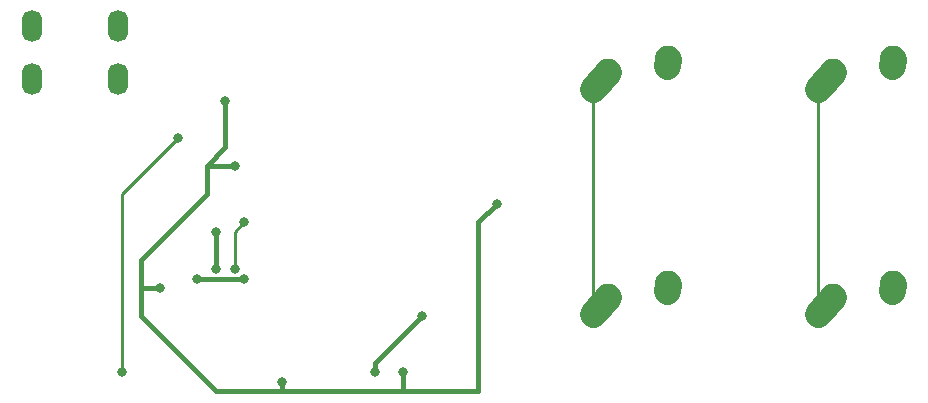
<source format=gtl>
G04 #@! TF.GenerationSoftware,KiCad,Pcbnew,(5.1.4)-1*
G04 #@! TF.CreationDate,2023-09-10T14:26:21-07:00*
G04 #@! TF.ProjectId,KeyboardPCBProj,4b657962-6f61-4726-9450-434250726f6a,rev?*
G04 #@! TF.SameCoordinates,Original*
G04 #@! TF.FileFunction,Copper,L1,Top*
G04 #@! TF.FilePolarity,Positive*
%FSLAX46Y46*%
G04 Gerber Fmt 4.6, Leading zero omitted, Abs format (unit mm)*
G04 Created by KiCad (PCBNEW (5.1.4)-1) date 2023-09-10 14:26:21*
%MOMM*%
%LPD*%
G04 APERTURE LIST*
%ADD10O,1.700000X2.700000*%
%ADD11C,2.250000*%
%ADD12C,2.250000*%
%ADD13C,0.800000*%
%ADD14C,0.381000*%
%ADD15C,0.254000*%
G04 APERTURE END LIST*
D10*
X85250000Y-26725000D03*
X92550000Y-26725000D03*
X92550000Y-22225000D03*
X85250000Y-22225000D03*
D11*
X153075000Y-45212500D03*
X152420001Y-45942500D03*
D12*
X151765000Y-46672500D02*
X153075002Y-45212500D01*
D11*
X158115000Y-44132500D03*
X158095000Y-44422500D03*
D12*
X158075000Y-44712500D02*
X158115000Y-44132500D01*
D11*
X134025000Y-45212500D03*
X133370001Y-45942500D03*
D12*
X132715000Y-46672500D02*
X134025002Y-45212500D01*
D11*
X139065000Y-44132500D03*
X139045000Y-44422500D03*
D12*
X139025000Y-44712500D02*
X139065000Y-44132500D01*
D11*
X153075000Y-26162500D03*
X152420001Y-26892500D03*
D12*
X151765000Y-27622500D02*
X153075002Y-26162500D01*
D11*
X158115000Y-25082500D03*
X158095000Y-25372500D03*
D12*
X158075000Y-25662500D02*
X158115000Y-25082500D01*
D11*
X134025000Y-26162500D03*
X133370001Y-26892500D03*
D12*
X132715000Y-27622500D02*
X134025002Y-26162500D01*
D11*
X139065000Y-25082500D03*
X139045000Y-25372500D03*
D12*
X139025000Y-25662500D02*
X139065000Y-25082500D01*
D13*
X100806250Y-42862500D03*
X100806250Y-39687500D03*
X118268750Y-46831250D03*
X114300000Y-51593750D03*
X102393750Y-42862500D03*
X103184907Y-38896343D03*
X101600000Y-28575000D03*
X124618750Y-37306250D03*
X116681250Y-51593750D03*
X96043750Y-44450000D03*
X102393750Y-34131250D03*
X103187500Y-43656250D03*
X99218750Y-43656250D03*
X106362500Y-52387500D03*
X92868750Y-51593750D03*
X97631250Y-31750000D03*
D14*
X100806250Y-42862500D02*
X100806250Y-39687500D01*
X118268750Y-46831250D02*
X114300000Y-50800000D01*
X114300000Y-50800000D02*
X114300000Y-51593750D01*
D15*
X102393750Y-42862500D02*
X102393750Y-39687500D01*
X102393750Y-39687500D02*
X103187500Y-38893750D01*
X103187500Y-38893750D02*
X103184907Y-38896343D01*
D14*
X101600000Y-28575000D02*
X101600000Y-32543750D01*
X101600000Y-32543750D02*
X100012500Y-34131250D01*
X100012500Y-34131250D02*
X100012500Y-36512500D01*
X100012500Y-36512500D02*
X94456250Y-42068750D01*
X94456250Y-46831250D02*
X100806250Y-53181250D01*
X123031250Y-53181250D02*
X123031250Y-38893750D01*
X123031250Y-38893750D02*
X124618750Y-37306250D01*
X116681250Y-51593750D02*
X116681250Y-53181250D01*
X116681250Y-53181250D02*
X123031250Y-53181250D01*
X96043750Y-44450000D02*
X94456250Y-44450000D01*
X94456250Y-42068750D02*
X94456250Y-44450000D01*
X94456250Y-44450000D02*
X94456250Y-46831250D01*
X102393750Y-34131250D02*
X100012500Y-34131250D01*
X103187500Y-43656250D02*
X99218750Y-43656250D01*
X106362500Y-52387500D02*
X106362500Y-53181250D01*
X100806250Y-53181250D02*
X106362500Y-53181250D01*
X106362500Y-53181250D02*
X116681250Y-53181250D01*
D15*
X132715000Y-43902500D02*
X132715000Y-46672500D01*
X132715000Y-27622500D02*
X132715000Y-43902500D01*
X151765000Y-43902500D02*
X151765000Y-46672500D01*
X151765000Y-27622500D02*
X151765000Y-43902500D01*
X92868750Y-51593750D02*
X92868750Y-36512500D01*
X92868750Y-36512500D02*
X97631250Y-31750000D01*
M02*

</source>
